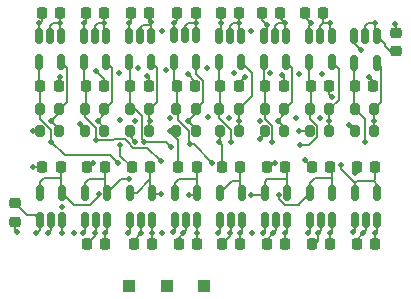
<source format=gbr>
%TF.GenerationSoftware,KiCad,Pcbnew,7.0.10-7.0.10~ubuntu22.04.1*%
%TF.CreationDate,2024-01-03T10:10:25-05:00*%
%TF.ProjectId,readout-splitter,72656164-6f75-4742-9d73-706c69747465,rev?*%
%TF.SameCoordinates,Original*%
%TF.FileFunction,Copper,L4,Bot*%
%TF.FilePolarity,Positive*%
%FSLAX46Y46*%
G04 Gerber Fmt 4.6, Leading zero omitted, Abs format (unit mm)*
G04 Created by KiCad (PCBNEW 7.0.10-7.0.10~ubuntu22.04.1) date 2024-01-03 10:10:25*
%MOMM*%
%LPD*%
G01*
G04 APERTURE LIST*
G04 Aperture macros list*
%AMRoundRect*
0 Rectangle with rounded corners*
0 $1 Rounding radius*
0 $2 $3 $4 $5 $6 $7 $8 $9 X,Y pos of 4 corners*
0 Add a 4 corners polygon primitive as box body*
4,1,4,$2,$3,$4,$5,$6,$7,$8,$9,$2,$3,0*
0 Add four circle primitives for the rounded corners*
1,1,$1+$1,$2,$3*
1,1,$1+$1,$4,$5*
1,1,$1+$1,$6,$7*
1,1,$1+$1,$8,$9*
0 Add four rect primitives between the rounded corners*
20,1,$1+$1,$2,$3,$4,$5,0*
20,1,$1+$1,$4,$5,$6,$7,0*
20,1,$1+$1,$6,$7,$8,$9,0*
20,1,$1+$1,$8,$9,$2,$3,0*%
G04 Aperture macros list end*
%TA.AperFunction,ComponentPad*%
%ADD10R,1.000000X1.000000*%
%TD*%
%TA.AperFunction,SMDPad,CuDef*%
%ADD11RoundRect,0.150000X0.150000X-0.512500X0.150000X0.512500X-0.150000X0.512500X-0.150000X-0.512500X0*%
%TD*%
%TA.AperFunction,SMDPad,CuDef*%
%ADD12RoundRect,0.200000X-0.200000X-0.275000X0.200000X-0.275000X0.200000X0.275000X-0.200000X0.275000X0*%
%TD*%
%TA.AperFunction,SMDPad,CuDef*%
%ADD13RoundRect,0.200000X0.200000X0.275000X-0.200000X0.275000X-0.200000X-0.275000X0.200000X-0.275000X0*%
%TD*%
%TA.AperFunction,SMDPad,CuDef*%
%ADD14RoundRect,0.225000X0.225000X0.250000X-0.225000X0.250000X-0.225000X-0.250000X0.225000X-0.250000X0*%
%TD*%
%TA.AperFunction,SMDPad,CuDef*%
%ADD15RoundRect,0.150000X-0.150000X0.512500X-0.150000X-0.512500X0.150000X-0.512500X0.150000X0.512500X0*%
%TD*%
%TA.AperFunction,SMDPad,CuDef*%
%ADD16RoundRect,0.225000X-0.225000X-0.250000X0.225000X-0.250000X0.225000X0.250000X-0.225000X0.250000X0*%
%TD*%
%TA.AperFunction,SMDPad,CuDef*%
%ADD17RoundRect,0.225000X-0.250000X0.225000X-0.250000X-0.225000X0.250000X-0.225000X0.250000X0.225000X0*%
%TD*%
%TA.AperFunction,ViaPad*%
%ADD18C,0.508000*%
%TD*%
%TA.AperFunction,Conductor*%
%ADD19C,0.152400*%
%TD*%
%TA.AperFunction,Conductor*%
%ADD20C,0.200000*%
%TD*%
G04 APERTURE END LIST*
D10*
%TO.P,J3,1,Pin_1*%
%TO.N,/-20V*%
X35597000Y-52997000D03*
%TD*%
%TO.P,J1,1,Pin_1*%
%TO.N,/+6.5V*%
X29247000Y-52997000D03*
%TD*%
%TO.P,J2,1,Pin_1*%
%TO.N,GND*%
X32422000Y-52997000D03*
%TD*%
D11*
%TO.P,U17,1,VIN*%
%TO.N,/+6.5V*%
X50263000Y-47403500D03*
%TO.P,U17,2,GND*%
%TO.N,GND*%
X49313000Y-47403500D03*
%TO.P,U17,3,EN*%
%TO.N,/+6.5V*%
X48363000Y-47403500D03*
%TO.P,U17,4,SENSE/ADJ*%
%TO.N,/VP_0*%
X48363000Y-45128500D03*
%TO.P,U17,5,VOUT*%
X50263000Y-45128500D03*
%TD*%
D12*
%TO.P,R13,1*%
%TO.N,GND*%
X25501000Y-39916000D03*
%TO.P,R13,2*%
%TO.N,Net-(U7-ADJ)*%
X27151000Y-39916000D03*
%TD*%
D13*
%TO.P,R4,1*%
%TO.N,Net-(U2-ADJ)*%
X46201000Y-38011000D03*
%TO.P,R4,2*%
%TO.N,/VN_1*%
X44551000Y-38011000D03*
%TD*%
D14*
%TO.P,C21,1*%
%TO.N,/+6.5V*%
X31178000Y-49441000D03*
%TO.P,C21,2*%
%TO.N,GND*%
X29628000Y-49441000D03*
%TD*%
D13*
%TO.P,R12,1*%
%TO.N,Net-(U6-ADJ)*%
X30961000Y-38011000D03*
%TO.P,R12,2*%
%TO.N,/VN_5*%
X29311000Y-38011000D03*
%TD*%
%TO.P,R6,1*%
%TO.N,Net-(U3-ADJ)*%
X42391000Y-38011000D03*
%TO.P,R6,2*%
%TO.N,/VN_2*%
X40741000Y-38011000D03*
%TD*%
D14*
%TO.P,C32,1*%
%TO.N,/VP_7*%
X23431000Y-42964000D03*
%TO.P,C32,2*%
%TO.N,GND*%
X21881000Y-42964000D03*
%TD*%
%TO.P,C27,1*%
%TO.N,GND*%
X27101000Y-36106000D03*
%TO.P,C27,2*%
%TO.N,/VN_6*%
X25551000Y-36106000D03*
%TD*%
D11*
%TO.P,U22,1,VIN*%
%TO.N,/+6.5V*%
X31213000Y-47403500D03*
%TO.P,U22,2,GND*%
%TO.N,GND*%
X30263000Y-47403500D03*
%TO.P,U22,3,EN*%
%TO.N,/+6.5V*%
X29313000Y-47403500D03*
%TO.P,U22,4,SENSE/ADJ*%
%TO.N,/VP_5*%
X29313000Y-45128500D03*
%TO.P,U22,5,VOUT*%
X31213000Y-45128500D03*
%TD*%
D14*
%TO.P,C7,1*%
%TO.N,GND*%
X46151000Y-36106000D03*
%TO.P,C7,2*%
%TO.N,/VN_1*%
X44601000Y-36106000D03*
%TD*%
D15*
%TO.P,U1,1,GND*%
%TO.N,GND*%
X48283599Y-31806499D03*
%TO.P,U1,2,VIN*%
%TO.N,/-20V*%
X49233599Y-31806499D03*
%TO.P,U1,3,EN*%
X50183599Y-31806499D03*
%TO.P,U1,4,ADJ*%
%TO.N,Net-(U1-ADJ)*%
X50183599Y-34081499D03*
%TO.P,U1,5,VOUT*%
%TO.N,/VN_0*%
X48283599Y-34081499D03*
%TD*%
%TO.P,U2,1,GND*%
%TO.N,GND*%
X44477000Y-31793500D03*
%TO.P,U2,2,VIN*%
%TO.N,/-20V*%
X45427000Y-31793500D03*
%TO.P,U2,3,EN*%
X46377000Y-31793500D03*
%TO.P,U2,4,ADJ*%
%TO.N,Net-(U2-ADJ)*%
X46377000Y-34068500D03*
%TO.P,U2,5,VOUT*%
%TO.N,/VN_1*%
X44477000Y-34068500D03*
%TD*%
D16*
%TO.P,C6,1*%
%TO.N,GND*%
X44106800Y-29883000D03*
%TO.P,C6,2*%
%TO.N,/-20V*%
X45656800Y-29883000D03*
%TD*%
%TO.P,C22,1*%
%TO.N,GND*%
X29361000Y-29883000D03*
%TO.P,C22,2*%
%TO.N,/-20V*%
X30911000Y-29883000D03*
%TD*%
D14*
%TO.P,C13,1*%
%TO.N,/+6.5V*%
X38658000Y-49441000D03*
%TO.P,C13,2*%
%TO.N,GND*%
X37108000Y-49441000D03*
%TD*%
%TO.P,C24,1*%
%TO.N,/VP_5*%
X31038000Y-42964000D03*
%TO.P,C24,2*%
%TO.N,GND*%
X29488000Y-42964000D03*
%TD*%
%TO.P,C20,1*%
%TO.N,/VP_4*%
X34962000Y-42964000D03*
%TO.P,C20,2*%
%TO.N,GND*%
X33412000Y-42964000D03*
%TD*%
D13*
%TO.P,R16,1*%
%TO.N,Net-(U8-ADJ)*%
X23341000Y-38011000D03*
%TO.P,R16,2*%
%TO.N,/VN_7*%
X21691000Y-38011000D03*
%TD*%
D15*
%TO.P,U7,1,GND*%
%TO.N,GND*%
X25412001Y-31796901D03*
%TO.P,U7,2,VIN*%
%TO.N,/-20V*%
X26362001Y-31796901D03*
%TO.P,U7,3,EN*%
X27312001Y-31796901D03*
%TO.P,U7,4,ADJ*%
%TO.N,Net-(U7-ADJ)*%
X27312001Y-34071901D03*
%TO.P,U7,5,VOUT*%
%TO.N,/VN_6*%
X25412001Y-34071901D03*
%TD*%
D12*
%TO.P,R9,1*%
%TO.N,GND*%
X33248000Y-39916000D03*
%TO.P,R9,2*%
%TO.N,Net-(U5-ADJ)*%
X34898000Y-39916000D03*
%TD*%
D16*
%TO.P,C14,1*%
%TO.N,GND*%
X36981000Y-29883000D03*
%TO.P,C14,2*%
%TO.N,/-20V*%
X38531000Y-29883000D03*
%TD*%
D11*
%TO.P,U18,1,VIN*%
%TO.N,/+6.5V*%
X46453000Y-47403500D03*
%TO.P,U18,2,GND*%
%TO.N,GND*%
X45503000Y-47403500D03*
%TO.P,U18,3,EN*%
%TO.N,/+6.5V*%
X44553000Y-47403500D03*
%TO.P,U18,4,SENSE/ADJ*%
%TO.N,/VP_1*%
X44553000Y-45128500D03*
%TO.P,U18,5,VOUT*%
X46453000Y-45128500D03*
%TD*%
%TO.P,U21,1,VIN*%
%TO.N,/+6.5V*%
X35023000Y-47403500D03*
%TO.P,U21,2,GND*%
%TO.N,GND*%
X34073000Y-47403500D03*
%TO.P,U21,3,EN*%
%TO.N,/+6.5V*%
X33123000Y-47403500D03*
%TO.P,U21,4,SENSE/ADJ*%
%TO.N,/VP_4*%
X33123000Y-45128500D03*
%TO.P,U21,5,VOUT*%
X35023000Y-45128500D03*
%TD*%
D15*
%TO.P,U3,1,GND*%
%TO.N,GND*%
X40652001Y-31796901D03*
%TO.P,U3,2,VIN*%
%TO.N,/-20V*%
X41602001Y-31796901D03*
%TO.P,U3,3,EN*%
X42552001Y-31796901D03*
%TO.P,U3,4,ADJ*%
%TO.N,Net-(U3-ADJ)*%
X42552001Y-34071901D03*
%TO.P,U3,5,VOUT*%
%TO.N,/VN_2*%
X40652001Y-34071901D03*
%TD*%
D17*
%TO.P,C29,1*%
%TO.N,/+6.5V*%
X19608800Y-46011800D03*
%TO.P,C29,2*%
%TO.N,GND*%
X19608800Y-47561800D03*
%TD*%
D15*
%TO.P,U4,1,GND*%
%TO.N,GND*%
X36842001Y-31796901D03*
%TO.P,U4,2,VIN*%
%TO.N,/-20V*%
X37792001Y-31796901D03*
%TO.P,U4,3,EN*%
X38742001Y-31796901D03*
%TO.P,U4,4,ADJ*%
%TO.N,Net-(U4-ADJ)*%
X38742001Y-34071901D03*
%TO.P,U4,5,VOUT*%
%TO.N,/VN_3*%
X36842001Y-34071901D03*
%TD*%
D12*
%TO.P,R1,1*%
%TO.N,GND*%
X48361000Y-39916000D03*
%TO.P,R1,2*%
%TO.N,Net-(U1-ADJ)*%
X50011000Y-39916000D03*
%TD*%
D15*
%TO.P,U6,1,GND*%
%TO.N,GND*%
X29222001Y-31793500D03*
%TO.P,U6,2,VIN*%
%TO.N,/-20V*%
X30172001Y-31793500D03*
%TO.P,U6,3,EN*%
X31122001Y-31793500D03*
%TO.P,U6,4,ADJ*%
%TO.N,Net-(U6-ADJ)*%
X31122001Y-34068500D03*
%TO.P,U6,5,VOUT*%
%TO.N,/VN_5*%
X29222001Y-34068500D03*
%TD*%
D13*
%TO.P,R14,1*%
%TO.N,Net-(U7-ADJ)*%
X27151000Y-38011000D03*
%TO.P,R14,2*%
%TO.N,/VN_6*%
X25501000Y-38011000D03*
%TD*%
D11*
%TO.P,U23,1,VIN*%
%TO.N,/+6.5V*%
X27403000Y-47403500D03*
%TO.P,U23,2,GND*%
%TO.N,GND*%
X26453000Y-47403500D03*
%TO.P,U23,3,EN*%
%TO.N,/+6.5V*%
X25503000Y-47403500D03*
%TO.P,U23,4,SENSE/ADJ*%
%TO.N,/VP_6*%
X25503000Y-45128500D03*
%TO.P,U23,5,VOUT*%
X27403000Y-45128500D03*
%TD*%
D14*
%TO.P,C31,1*%
%TO.N,GND*%
X23278000Y-36106000D03*
%TO.P,C31,2*%
%TO.N,/VN_7*%
X21728000Y-36106000D03*
%TD*%
%TO.P,C9,1*%
%TO.N,/+6.5V*%
X42468000Y-49441000D03*
%TO.P,C9,2*%
%TO.N,GND*%
X40918000Y-49441000D03*
%TD*%
D11*
%TO.P,U20,1,VIN*%
%TO.N,/+6.5V*%
X38833000Y-47403500D03*
%TO.P,U20,2,GND*%
%TO.N,GND*%
X37883000Y-47403500D03*
%TO.P,U20,3,EN*%
%TO.N,/+6.5V*%
X36933000Y-47403500D03*
%TO.P,U20,4,SENSE/ADJ*%
%TO.N,/VP_3*%
X36933000Y-45128500D03*
%TO.P,U20,5,VOUT*%
X38833000Y-45128500D03*
%TD*%
D12*
%TO.P,R15,1*%
%TO.N,GND*%
X21691000Y-39916000D03*
%TO.P,R15,2*%
%TO.N,Net-(U8-ADJ)*%
X23341000Y-39916000D03*
%TD*%
%TO.P,R11,1*%
%TO.N,GND*%
X29311000Y-39916000D03*
%TO.P,R11,2*%
%TO.N,Net-(U6-ADJ)*%
X30961000Y-39916000D03*
%TD*%
D14*
%TO.P,C28,1*%
%TO.N,/VP_6*%
X27228000Y-42964000D03*
%TO.P,C28,2*%
%TO.N,GND*%
X25678000Y-42964000D03*
%TD*%
%TO.P,C17,1*%
%TO.N,/+6.5V*%
X34975000Y-49441000D03*
%TO.P,C17,2*%
%TO.N,GND*%
X33425000Y-49441000D03*
%TD*%
D13*
%TO.P,R2,1*%
%TO.N,Net-(U1-ADJ)*%
X50011000Y-38011000D03*
%TO.P,R2,2*%
%TO.N,/VN_0*%
X48361000Y-38011000D03*
%TD*%
D14*
%TO.P,C5,1*%
%TO.N,/+6.5V*%
X46278000Y-49441000D03*
%TO.P,C5,2*%
%TO.N,GND*%
X44728000Y-49441000D03*
%TD*%
D11*
%TO.P,U19,1,VIN*%
%TO.N,/+6.5V*%
X42643000Y-47403500D03*
%TO.P,U19,2,GND*%
%TO.N,GND*%
X41693000Y-47403500D03*
%TO.P,U19,3,EN*%
%TO.N,/+6.5V*%
X40743000Y-47403500D03*
%TO.P,U19,4,SENSE/ADJ*%
%TO.N,/VP_2*%
X40743000Y-45128500D03*
%TO.P,U19,5,VOUT*%
X42643000Y-45128500D03*
%TD*%
D14*
%TO.P,C25,1*%
%TO.N,/+6.5V*%
X27215000Y-49441000D03*
%TO.P,C25,2*%
%TO.N,GND*%
X25665000Y-49441000D03*
%TD*%
D16*
%TO.P,C30,1*%
%TO.N,GND*%
X21868000Y-29883000D03*
%TO.P,C30,2*%
%TO.N,/-20V*%
X23418000Y-29883000D03*
%TD*%
D14*
%TO.P,C15,1*%
%TO.N,GND*%
X38518000Y-36106000D03*
%TO.P,C15,2*%
%TO.N,/VN_3*%
X36968000Y-36106000D03*
%TD*%
D16*
%TO.P,C18,1*%
%TO.N,GND*%
X33311000Y-29883000D03*
%TO.P,C18,2*%
%TO.N,/-20V*%
X34861000Y-29883000D03*
%TD*%
D12*
%TO.P,R7,1*%
%TO.N,GND*%
X36931000Y-39916000D03*
%TO.P,R7,2*%
%TO.N,Net-(U4-ADJ)*%
X38581000Y-39916000D03*
%TD*%
D16*
%TO.P,C10,1*%
%TO.N,GND*%
X40474600Y-29883000D03*
%TO.P,C10,2*%
%TO.N,/-20V*%
X42024600Y-29883000D03*
%TD*%
D14*
%TO.P,C8,1*%
%TO.N,/VP_1*%
X46278000Y-42964000D03*
%TO.P,C8,2*%
%TO.N,GND*%
X44728000Y-42964000D03*
%TD*%
D15*
%TO.P,U5,1,GND*%
%TO.N,GND*%
X33032001Y-31790099D03*
%TO.P,U5,2,VIN*%
%TO.N,/-20V*%
X33982001Y-31790099D03*
%TO.P,U5,3,EN*%
X34932001Y-31790099D03*
%TO.P,U5,4,ADJ*%
%TO.N,Net-(U5-ADJ)*%
X34932001Y-34065099D03*
%TO.P,U5,5,VOUT*%
%TO.N,/VN_4*%
X33032001Y-34065099D03*
%TD*%
D14*
%TO.P,C16,1*%
%TO.N,/VP_3*%
X38658000Y-42964000D03*
%TO.P,C16,2*%
%TO.N,GND*%
X37108000Y-42964000D03*
%TD*%
D16*
%TO.P,C26,1*%
%TO.N,GND*%
X25551000Y-29883000D03*
%TO.P,C26,2*%
%TO.N,/-20V*%
X27101000Y-29883000D03*
%TD*%
D11*
%TO.P,U24,1,VIN*%
%TO.N,/+6.5V*%
X23593000Y-47403500D03*
%TO.P,U24,2,GND*%
%TO.N,GND*%
X22643000Y-47403500D03*
%TO.P,U24,3,EN*%
%TO.N,/+6.5V*%
X21693000Y-47403500D03*
%TO.P,U24,4,SENSE/ADJ*%
%TO.N,/VP_7*%
X21693000Y-45128500D03*
%TO.P,U24,5,VOUT*%
X23593000Y-45128500D03*
%TD*%
D17*
%TO.P,C1,1*%
%TO.N,GND*%
X51790600Y-31584600D03*
%TO.P,C1,2*%
%TO.N,/-20V*%
X51790600Y-33134600D03*
%TD*%
D14*
%TO.P,C23,1*%
%TO.N,GND*%
X30898000Y-36106000D03*
%TO.P,C23,2*%
%TO.N,/VN_5*%
X29348000Y-36106000D03*
%TD*%
%TO.P,C11,1*%
%TO.N,GND*%
X42328000Y-36106000D03*
%TO.P,C11,2*%
%TO.N,/VN_2*%
X40778000Y-36106000D03*
%TD*%
D13*
%TO.P,R10,1*%
%TO.N,Net-(U5-ADJ)*%
X34898000Y-38011000D03*
%TO.P,R10,2*%
%TO.N,/VN_4*%
X33248000Y-38011000D03*
%TD*%
D15*
%TO.P,U8,1,GND*%
%TO.N,GND*%
X21602001Y-31796901D03*
%TO.P,U8,2,VIN*%
%TO.N,/-20V*%
X22552001Y-31796901D03*
%TO.P,U8,3,EN*%
X23502001Y-31796901D03*
%TO.P,U8,4,ADJ*%
%TO.N,Net-(U8-ADJ)*%
X23502001Y-34071901D03*
%TO.P,U8,5,VOUT*%
%TO.N,/VN_7*%
X21602001Y-34071901D03*
%TD*%
D12*
%TO.P,R5,1*%
%TO.N,GND*%
X40741000Y-39916000D03*
%TO.P,R5,2*%
%TO.N,Net-(U3-ADJ)*%
X42391000Y-39916000D03*
%TD*%
D14*
%TO.P,C4,1*%
%TO.N,/VP_0*%
X50053500Y-42964000D03*
%TO.P,C4,2*%
%TO.N,GND*%
X48503500Y-42964000D03*
%TD*%
D12*
%TO.P,R3,1*%
%TO.N,GND*%
X44551000Y-39916000D03*
%TO.P,R3,2*%
%TO.N,Net-(U2-ADJ)*%
X46201000Y-39916000D03*
%TD*%
D14*
%TO.P,C19,1*%
%TO.N,GND*%
X34835000Y-36106000D03*
%TO.P,C19,2*%
%TO.N,/VN_4*%
X33285000Y-36106000D03*
%TD*%
D13*
%TO.P,R8,1*%
%TO.N,Net-(U4-ADJ)*%
X38518000Y-38011000D03*
%TO.P,R8,2*%
%TO.N,/VN_3*%
X36868000Y-38011000D03*
%TD*%
D14*
%TO.P,C3,1*%
%TO.N,/+6.5V*%
X50075000Y-49441000D03*
%TO.P,C3,2*%
%TO.N,GND*%
X48525000Y-49441000D03*
%TD*%
%TO.P,C2,1*%
%TO.N,GND*%
X49898000Y-36106000D03*
%TO.P,C2,2*%
%TO.N,/VN_0*%
X48348000Y-36106000D03*
%TD*%
%TO.P,C12,1*%
%TO.N,/VP_2*%
X42468000Y-42964000D03*
%TO.P,C12,2*%
%TO.N,GND*%
X40918000Y-42964000D03*
%TD*%
D18*
%TO.N,/+6.5V*%
X32930000Y-48425000D03*
X46265000Y-48552000D03*
X35851000Y-34582000D03*
X27215000Y-48552000D03*
X43598000Y-35090000D03*
X29120000Y-48552000D03*
X41198953Y-34977756D03*
X31152000Y-48552000D03*
X50075000Y-48552000D03*
X28358000Y-34963000D03*
X36740000Y-48552000D03*
X38137000Y-34963000D03*
X30009000Y-34582000D03*
X44360000Y-48552000D03*
X48170000Y-48425000D03*
X40550000Y-48552000D03*
X32343011Y-34717341D03*
X25310000Y-48552000D03*
X34962000Y-48552000D03*
X23571200Y-46304200D03*
X21373000Y-48552000D03*
X45582000Y-35042000D03*
X38645000Y-48552000D03*
X23532000Y-48552000D03*
X42455000Y-48552000D03*
%TO.N,/-20V*%
X38531000Y-30772000D03*
X23418000Y-30772000D03*
X27101000Y-30772000D03*
X46215000Y-30772000D03*
X29755000Y-39027000D03*
X43344000Y-38773000D03*
X32661949Y-38756167D03*
X34861000Y-30772000D03*
X31122001Y-30674999D03*
X50025000Y-30772000D03*
X28472211Y-38918420D03*
X45376000Y-38773000D03*
X35923974Y-38655533D03*
X42468000Y-30772000D03*
X40296000Y-39027000D03*
X37725990Y-38803788D03*
%TO.N,/VN_0*%
X49186000Y-40805000D03*
%TO.N,/VP_0*%
X47133900Y-42736153D03*
%TO.N,/VP_1*%
X41922513Y-45327379D03*
%TO.N,/VN_1*%
X43725000Y-41059000D03*
%TO.N,/VP_2*%
X39538900Y-45310898D03*
%TO.N,/VN_2*%
X41312000Y-40805000D03*
%TO.N,/VP_3*%
X36933000Y-45128500D03*
%TO.N,/VN_3*%
X37883000Y-40805000D03*
%TO.N,/VP_4*%
X34313076Y-45324428D03*
%TO.N,/VN_4*%
X34349998Y-41004141D03*
X36271948Y-42552077D03*
%TO.N,/VP_5*%
X31914000Y-45250000D03*
%TO.N,/VN_5*%
X32741527Y-41197363D03*
X30530151Y-40805481D03*
%TO.N,/VP_6*%
X29247000Y-43980000D03*
%TO.N,/VN_6*%
X26453000Y-40678000D03*
X31914000Y-42456000D03*
%TO.N,/VP_7*%
X26697101Y-45250000D03*
%TO.N,/VN_7*%
X22643000Y-40805000D03*
X28285800Y-42583000D03*
%TO.N,GND*%
X49567000Y-35344000D03*
X26209188Y-42551422D03*
X51714400Y-30784800D03*
X32041000Y-31407000D03*
X34200000Y-35090000D03*
X43598000Y-39916000D03*
X33819000Y-48552000D03*
X28485000Y-41059000D03*
X25437000Y-30772000D03*
X32041000Y-48552000D03*
X46392000Y-36995000D03*
X25056000Y-39281000D03*
X39534000Y-31407000D03*
X22389000Y-48552000D03*
X45249000Y-48552000D03*
X26326000Y-48552000D03*
X48328764Y-43440236D03*
X26453000Y-34836000D03*
X21119000Y-39916000D03*
X36833070Y-40778550D03*
X29247000Y-30772000D03*
X39661000Y-48552000D03*
X42195166Y-35103534D03*
X32676000Y-39916000D03*
X30771000Y-35217000D03*
X48869600Y-33045400D03*
X36981000Y-30772000D03*
X37756000Y-48552000D03*
X40918000Y-30899000D03*
X47863397Y-39381756D03*
X49059000Y-48552000D03*
X44106000Y-42329000D03*
X44665000Y-30772000D03*
X39026000Y-35344000D03*
X29772157Y-40801866D03*
X41566000Y-42583000D03*
X23405000Y-35344000D03*
X41439000Y-48552000D03*
X30263000Y-48552000D03*
X21119000Y-42964000D03*
X24548000Y-48552000D03*
X40296000Y-40551000D03*
X33057000Y-30772000D03*
X19735800Y-48387000D03*
X21627000Y-30772000D03*
%TO.N,Net-(U1-ADJ)*%
X50011000Y-39027000D03*
%TO.N,Net-(U2-ADJ)*%
X46201000Y-39027000D03*
%TO.N,Net-(U3-ADJ)*%
X41802121Y-38990412D03*
%TO.N,Net-(U4-ADJ)*%
X38518000Y-39027000D03*
%TO.N,Net-(U5-ADJ)*%
X34199994Y-39027000D03*
%TO.N,Net-(U6-ADJ)*%
X31025000Y-39025875D03*
%TO.N,Net-(U7-ADJ)*%
X26580000Y-39027000D03*
%TO.N,Net-(U8-ADJ)*%
X22643000Y-39027000D03*
%TD*%
D19*
%TO.N,/-20V*%
X45656800Y-29883000D02*
X45656800Y-30745200D01*
X45656800Y-30745200D02*
X45630000Y-30772000D01*
%TO.N,GND*%
X44106800Y-29883000D02*
X44106800Y-30213800D01*
X44106800Y-30213800D02*
X44665000Y-30772000D01*
%TO.N,/-20V*%
X42024600Y-29883000D02*
X42024600Y-30328600D01*
X42024600Y-30328600D02*
X42468000Y-30772000D01*
%TO.N,GND*%
X40474600Y-29883000D02*
X40474600Y-30455600D01*
X40474600Y-30455600D02*
X40918000Y-30899000D01*
X44477000Y-31793500D02*
X44477000Y-30960000D01*
X44477000Y-30960000D02*
X44665000Y-30772000D01*
%TO.N,/+6.5V*%
X31152000Y-48552000D02*
X31152000Y-49415000D01*
X42468000Y-49441000D02*
X42468000Y-48565000D01*
X46278000Y-49441000D02*
X46278000Y-48565000D01*
X36933000Y-47403500D02*
X36933000Y-48359000D01*
X35023000Y-47403500D02*
X35023000Y-48491000D01*
X23593000Y-47403500D02*
X23593000Y-48491000D01*
X42643000Y-47403500D02*
X42643000Y-48364000D01*
X27403000Y-48364000D02*
X27215000Y-48552000D01*
X21254100Y-46964600D02*
X21693000Y-47403500D01*
X42468000Y-48565000D02*
X42455000Y-48552000D01*
X27403000Y-47403500D02*
X27403000Y-48364000D01*
X19608800Y-46011800D02*
X20561600Y-46964600D01*
X20561600Y-46964600D02*
X21254100Y-46964600D01*
X34962000Y-49428000D02*
X34975000Y-49441000D01*
X50263000Y-47403500D02*
X50263000Y-48364000D01*
X27215000Y-48552000D02*
X27215000Y-49441000D01*
X21693000Y-47403500D02*
X21693000Y-48232000D01*
X38833000Y-48364000D02*
X38645000Y-48552000D01*
X38658000Y-49441000D02*
X38658000Y-48565000D01*
X35023000Y-48491000D02*
X34962000Y-48552000D01*
X50263000Y-48364000D02*
X50075000Y-48552000D01*
X44553000Y-47403500D02*
X44553000Y-48359000D01*
X33123000Y-48232000D02*
X32930000Y-48425000D01*
X46278000Y-48565000D02*
X46265000Y-48552000D01*
X21693000Y-48232000D02*
X21373000Y-48552000D01*
X40743000Y-47403500D02*
X40743000Y-48359000D01*
X50075000Y-49441000D02*
X50075000Y-48552000D01*
X38833000Y-47403500D02*
X38833000Y-48364000D01*
X36933000Y-48359000D02*
X36740000Y-48552000D01*
X48363000Y-47403500D02*
X48363000Y-48232000D01*
X48363000Y-48232000D02*
X48170000Y-48425000D01*
X25503000Y-47403500D02*
X25503000Y-48359000D01*
X38658000Y-48565000D02*
X38645000Y-48552000D01*
X46453000Y-48364000D02*
X46265000Y-48552000D01*
X42643000Y-48364000D02*
X42455000Y-48552000D01*
X31152000Y-49415000D02*
X31178000Y-49441000D01*
X25503000Y-48359000D02*
X25310000Y-48552000D01*
X46453000Y-47403500D02*
X46453000Y-48364000D01*
X34962000Y-48552000D02*
X34962000Y-49428000D01*
X23593000Y-48491000D02*
X23532000Y-48552000D01*
X44553000Y-48359000D02*
X44360000Y-48552000D01*
X33123000Y-47403500D02*
X33123000Y-48232000D01*
X40743000Y-48359000D02*
X40550000Y-48552000D01*
X29313000Y-48359000D02*
X29120000Y-48552000D01*
X29313000Y-47403500D02*
X29313000Y-48359000D01*
X31213000Y-48491000D02*
X31152000Y-48552000D01*
X31213000Y-47403500D02*
X31213000Y-48491000D01*
%TO.N,/-20V*%
X22552001Y-31796901D02*
X22552001Y-30989999D01*
X49233599Y-31806499D02*
X49233599Y-30978401D01*
X33982001Y-30989999D02*
X34200000Y-30772000D01*
X22552001Y-30989999D02*
X22770000Y-30772000D01*
X41820000Y-30772000D02*
X42468000Y-30772000D01*
X37792001Y-31796901D02*
X37792001Y-30989999D01*
X42468000Y-30772000D02*
X42468000Y-31712900D01*
X38531000Y-30772000D02*
X38531000Y-31585900D01*
X41602001Y-30989999D02*
X41820000Y-30772000D01*
X31122001Y-30899000D02*
X31122001Y-31793500D01*
X45427000Y-30975000D02*
X45630000Y-30772000D01*
X26362001Y-30989999D02*
X26580000Y-30772000D01*
X46215000Y-30772000D02*
X46215000Y-31631500D01*
X27101000Y-29883000D02*
X27101000Y-30772000D01*
X38531000Y-31585900D02*
X38742001Y-31796901D01*
X34861000Y-30772000D02*
X34861000Y-31719098D01*
X23418000Y-29883000D02*
X23418000Y-30772000D01*
X31122001Y-30899000D02*
X31122001Y-30674999D01*
X30172001Y-31793500D02*
X30172001Y-31116999D01*
X30911000Y-30463998D02*
X31122001Y-30674999D01*
X22770000Y-30772000D02*
X23418000Y-30772000D01*
X34200000Y-30772000D02*
X34861000Y-30772000D01*
X23418000Y-31712900D02*
X23502001Y-31796901D01*
X45427000Y-31793500D02*
X45427000Y-30975000D01*
X45630000Y-30772000D02*
X46215000Y-30772000D01*
X49440000Y-30772000D02*
X50025000Y-30772000D01*
X51790600Y-33134600D02*
X51295600Y-33134600D01*
X46215000Y-31631500D02*
X46377000Y-31793500D01*
X49233599Y-30978401D02*
X49440000Y-30772000D01*
X27101000Y-31585900D02*
X27312001Y-31796901D01*
X33982001Y-31790099D02*
X33982001Y-30989999D01*
X50025000Y-31647900D02*
X50183599Y-31806499D01*
X41602001Y-31796901D02*
X41602001Y-30989999D01*
X37792001Y-30989999D02*
X38010000Y-30772000D01*
X30172001Y-31116999D02*
X30390000Y-30899000D01*
X34861000Y-31719098D02*
X34932001Y-31790099D01*
X51295600Y-33134600D02*
X50876200Y-32715200D01*
X30390000Y-30899000D02*
X31122001Y-30899000D01*
X50025000Y-30772000D02*
X50025000Y-31647900D01*
X26362001Y-31796901D02*
X26362001Y-30989999D01*
X50876200Y-32499100D02*
X50183599Y-31806499D01*
X34861000Y-29883000D02*
X34861000Y-30772000D01*
X42468000Y-31712900D02*
X42552001Y-31796901D01*
X26580000Y-30772000D02*
X27101000Y-30772000D01*
X23418000Y-30772000D02*
X23418000Y-31712900D01*
X30911000Y-29883000D02*
X30911000Y-30463998D01*
X27101000Y-30772000D02*
X27101000Y-31585900D01*
X38010000Y-30772000D02*
X38531000Y-30772000D01*
X50876200Y-32715200D02*
X50876200Y-32499100D01*
X38531000Y-29883000D02*
X38531000Y-30772000D01*
%TO.N,/VN_0*%
X48361000Y-38011000D02*
X49186000Y-38836000D01*
X49186000Y-38836000D02*
X49186000Y-40805000D01*
X48283599Y-37933599D02*
X48361000Y-38011000D01*
X48283599Y-34081499D02*
X48283599Y-37933599D01*
%TO.N,/VP_0*%
X50075000Y-43980000D02*
X50053500Y-43958500D01*
X47133900Y-43065900D02*
X48363000Y-44295000D01*
X50263000Y-44422000D02*
X49948000Y-44107000D01*
X48114500Y-45377000D02*
X48363000Y-45128500D01*
X48551000Y-44107000D02*
X49948000Y-44107000D01*
X50263000Y-45128500D02*
X50263000Y-44422000D01*
X48363000Y-45128500D02*
X48363000Y-44295000D01*
X49948000Y-44107000D02*
X50075000Y-43980000D01*
X50053500Y-43958500D02*
X50053500Y-42964000D01*
X48363000Y-44295000D02*
X48551000Y-44107000D01*
X47133900Y-42736153D02*
X47133900Y-43065900D01*
%TO.N,/VP_1*%
X43598000Y-46083500D02*
X44553000Y-45128500D01*
X41922513Y-45610091D02*
X42451422Y-46139000D01*
X43598000Y-46139000D02*
X43598000Y-46083500D01*
X46453000Y-43853000D02*
X46453000Y-43139000D01*
X42451422Y-46139000D02*
X43598000Y-46139000D01*
X44553000Y-45128500D02*
X44553000Y-44295000D01*
X46453000Y-45128500D02*
X46453000Y-43853000D01*
X41922513Y-45327379D02*
X41922513Y-45610091D01*
X44995000Y-43853000D02*
X46453000Y-43853000D01*
X44553000Y-44295000D02*
X44995000Y-43853000D01*
X46453000Y-43139000D02*
X46278000Y-42964000D01*
%TO.N,/VN_1*%
X44477000Y-35982000D02*
X44601000Y-36106000D01*
X44601000Y-37961000D02*
X44551000Y-38011000D01*
X45179600Y-40374074D02*
X44494674Y-41059000D01*
X44601000Y-36106000D02*
X44601000Y-37961000D01*
X44477000Y-34068500D02*
X44477000Y-35982000D01*
X44551000Y-38011000D02*
X44551000Y-38829326D01*
X45179600Y-39457926D02*
X45179600Y-40374074D01*
X44551000Y-38829326D02*
X45179600Y-39457926D01*
X44494674Y-41059000D02*
X43725000Y-41059000D01*
%TO.N,/VP_2*%
X40743000Y-44168000D02*
X40931000Y-43980000D01*
X40931000Y-43980000D02*
X42643000Y-43980000D01*
X42643000Y-43980000D02*
X42643000Y-43139000D01*
X42643000Y-43139000D02*
X42468000Y-42964000D01*
X39538900Y-45310898D02*
X40560602Y-45310898D01*
X40743000Y-45128500D02*
X40743000Y-44168000D01*
X42643000Y-45128500D02*
X42643000Y-43980000D01*
X40560602Y-45310898D02*
X40743000Y-45128500D01*
%TO.N,/VN_2*%
X40741000Y-38011000D02*
X40741000Y-38829326D01*
X40652001Y-34071901D02*
X40652001Y-35980001D01*
X40741000Y-38829326D02*
X41369600Y-39457926D01*
X41369600Y-40747400D02*
X41312000Y-40805000D01*
X40652001Y-35980001D02*
X40778000Y-36106000D01*
X40778000Y-36106000D02*
X40778000Y-37974000D01*
X41369600Y-39457926D02*
X41369600Y-40747400D01*
X40778000Y-37974000D02*
X40741000Y-38011000D01*
%TO.N,/VP_3*%
X37954500Y-44107000D02*
X38658000Y-44107000D01*
X38658000Y-42964000D02*
X38658000Y-44107000D01*
X36933000Y-45128500D02*
X37954500Y-44107000D01*
X38658000Y-44953500D02*
X38833000Y-45128500D01*
X38658000Y-44107000D02*
X38658000Y-44953500D01*
%TO.N,/VN_3*%
X36868000Y-38011000D02*
X36868000Y-38766326D01*
X36868000Y-38766326D02*
X37883000Y-39781326D01*
X36968000Y-37911000D02*
X36868000Y-38011000D01*
X36968000Y-36106000D02*
X36968000Y-37911000D01*
X37883000Y-39781326D02*
X37883000Y-40805000D01*
X36842001Y-34071901D02*
X36842001Y-35980001D01*
X36842001Y-35980001D02*
X36968000Y-36106000D01*
%TO.N,/VP_4*%
X34827072Y-45324428D02*
X35023000Y-45128500D01*
X35023000Y-43025000D02*
X34962000Y-42964000D01*
X33438000Y-43980000D02*
X35023000Y-43980000D01*
X33123000Y-44295000D02*
X33438000Y-43980000D01*
X33123000Y-45128500D02*
X33123000Y-44295000D01*
X35023000Y-45128500D02*
X35023000Y-43980000D01*
X35023000Y-43980000D02*
X35023000Y-43025000D01*
X34313076Y-45324428D02*
X34827072Y-45324428D01*
%TO.N,/VN_4*%
X33285000Y-37974000D02*
X33248000Y-38011000D01*
X33383200Y-38146200D02*
X33383200Y-38964526D01*
X36271948Y-42552077D02*
X34724012Y-41004141D01*
X33032001Y-35853001D02*
X33285000Y-36106000D01*
X34724012Y-41004141D02*
X34349998Y-41004141D01*
X33285000Y-36106000D02*
X33285000Y-37974000D01*
X33383200Y-38964526D02*
X34269400Y-39850726D01*
X34269400Y-39850726D02*
X34269400Y-40923543D01*
X33248000Y-38011000D02*
X33383200Y-38146200D01*
X33032001Y-34065099D02*
X33032001Y-35853001D01*
X34269400Y-40923543D02*
X34349998Y-41004141D01*
%TO.N,/VP_5*%
X29889500Y-45128500D02*
X31038000Y-43980000D01*
X31038000Y-42964000D02*
X31038000Y-43980000D01*
X31038000Y-44953500D02*
X31213000Y-45128500D01*
X29313000Y-45128500D02*
X29889500Y-45128500D01*
X31914000Y-45250000D02*
X31334500Y-45250000D01*
X31038000Y-43980000D02*
X31038000Y-44953500D01*
X31334500Y-45250000D02*
X31213000Y-45128500D01*
D20*
%TO.N,/VN_5*%
X29348000Y-36106000D02*
X29348000Y-34194499D01*
D19*
X32741527Y-41197363D02*
X32349645Y-40805481D01*
D20*
X29348000Y-34194499D02*
X29222001Y-34068500D01*
X29311000Y-38011000D02*
X29711000Y-38011000D01*
X29711000Y-38011000D02*
X30308600Y-38608600D01*
D19*
X32349645Y-40805481D02*
X30530151Y-40805481D01*
D20*
X29311000Y-36143000D02*
X29348000Y-36106000D01*
X29311000Y-38011000D02*
X29311000Y-36143000D01*
X30308600Y-38608600D02*
X30308600Y-40583930D01*
X30308600Y-40583930D02*
X30530151Y-40805481D01*
D19*
%TO.N,/VP_6*%
X27228000Y-42964000D02*
X27228000Y-43980000D01*
X25503000Y-45128500D02*
X25503000Y-44295000D01*
X28551500Y-43980000D02*
X27403000Y-45128500D01*
X25818000Y-43980000D02*
X27228000Y-43980000D01*
X27228000Y-44953500D02*
X27403000Y-45128500D01*
X27228000Y-43980000D02*
X27228000Y-44953500D01*
X29247000Y-43980000D02*
X28551500Y-43980000D01*
X25503000Y-44295000D02*
X25818000Y-43980000D01*
%TO.N,/VN_6*%
X26453000Y-39631000D02*
X26453000Y-40678000D01*
D20*
X25551000Y-36106000D02*
X25551000Y-37961000D01*
X25551000Y-37961000D02*
X25501000Y-38011000D01*
D19*
X31914000Y-42456000D02*
X30771000Y-41313000D01*
X25501000Y-38011000D02*
X25501000Y-38679000D01*
X28852227Y-40551000D02*
X28020457Y-40551000D01*
X29120000Y-40818773D02*
X28852227Y-40551000D01*
X29600791Y-41313000D02*
X29120000Y-40832209D01*
X30771000Y-41313000D02*
X29600791Y-41313000D01*
X25501000Y-38679000D02*
X26453000Y-39631000D01*
D20*
X25412001Y-34071901D02*
X25412001Y-35967001D01*
D19*
X27893457Y-40678000D02*
X26453000Y-40678000D01*
D20*
X25412001Y-35967001D02*
X25551000Y-36106000D01*
D19*
X28020457Y-40551000D02*
X27893457Y-40678000D01*
X29120000Y-40832209D02*
X29120000Y-40818773D01*
%TO.N,/VP_7*%
X25945000Y-46139000D02*
X24603500Y-46139000D01*
D20*
X21693000Y-44168000D02*
X22008000Y-43853000D01*
D19*
X24603500Y-46139000D02*
X23593000Y-45128500D01*
D20*
X23431000Y-43853000D02*
X23431000Y-44966500D01*
X21693000Y-45128500D02*
X21693000Y-44168000D01*
X23431000Y-42964000D02*
X23431000Y-43853000D01*
D19*
X26697101Y-45250000D02*
X26697101Y-45386899D01*
X26697101Y-45386899D02*
X25945000Y-46139000D01*
D20*
X23431000Y-44966500D02*
X23593000Y-45128500D01*
X22008000Y-43853000D02*
X23431000Y-43853000D01*
D19*
%TO.N,/VN_7*%
X21602001Y-35980001D02*
X21728000Y-36106000D01*
X21602001Y-34071901D02*
X21602001Y-35980001D01*
X23786000Y-41948000D02*
X27650800Y-41948000D01*
X21728000Y-37974000D02*
X21691000Y-38011000D01*
X21691000Y-38829326D02*
X22643000Y-39781326D01*
X22643000Y-40805000D02*
X23786000Y-41948000D01*
X27650800Y-41948000D02*
X28285800Y-42583000D01*
X21728000Y-36106000D02*
X21728000Y-37974000D01*
X21691000Y-38011000D02*
X21691000Y-38829326D01*
X22643000Y-39781326D02*
X22643000Y-40805000D01*
%TO.N,GND*%
X49898000Y-35675000D02*
X49567000Y-35344000D01*
X29311000Y-40340709D02*
X29772157Y-40801866D01*
X33412000Y-40652000D02*
X33412000Y-42964000D01*
X37883000Y-47403500D02*
X37883000Y-48425000D01*
X40918000Y-31530902D02*
X40652001Y-31796901D01*
X25551000Y-29883000D02*
X25551000Y-30658000D01*
X37108000Y-42964000D02*
X37108000Y-41053480D01*
X36931000Y-39916000D02*
X36931000Y-40680620D01*
X40741000Y-39916000D02*
X40741000Y-40106000D01*
X29628000Y-49187000D02*
X30263000Y-48552000D01*
X41693000Y-47403500D02*
X41693000Y-48298000D01*
X42328000Y-36106000D02*
X42328000Y-35236368D01*
X21691000Y-39916000D02*
X21119000Y-39916000D01*
X36981000Y-29883000D02*
X36981000Y-31657902D01*
X42328000Y-35236368D02*
X42195166Y-35103534D01*
X26326000Y-48552000D02*
X26326000Y-48780000D01*
X21868000Y-29883000D02*
X21868000Y-30531000D01*
X25412001Y-31796901D02*
X25412001Y-30796999D01*
X29589891Y-40619600D02*
X29772157Y-40801866D01*
X37756000Y-48793000D02*
X37108000Y-49441000D01*
X29488000Y-42964000D02*
X28485000Y-41961000D01*
X26453000Y-48425000D02*
X26326000Y-48552000D01*
X28485000Y-41961000D02*
X28485000Y-41059000D01*
X25412001Y-30796999D02*
X25437000Y-30772000D01*
X23278000Y-35471000D02*
X23405000Y-35344000D01*
X34073000Y-47403500D02*
X34073000Y-48298000D01*
X46151000Y-36754000D02*
X46392000Y-36995000D01*
X29311000Y-39916000D02*
X29311000Y-40340709D01*
X29222001Y-31793500D02*
X29222001Y-30796999D01*
X33311000Y-30518000D02*
X33057000Y-30772000D01*
X34073000Y-48298000D02*
X33819000Y-48552000D01*
X21602001Y-30796999D02*
X21627000Y-30772000D01*
X45249000Y-49187000D02*
X45249000Y-48552000D01*
X40918000Y-49441000D02*
X40918000Y-49073000D01*
X21602001Y-31796901D02*
X21602001Y-30796999D01*
X40918000Y-30899000D02*
X40918000Y-31530902D01*
X38518000Y-35852000D02*
X39026000Y-35344000D01*
X25551000Y-30658000D02*
X25437000Y-30772000D01*
X44551000Y-39916000D02*
X43598000Y-39916000D01*
X40741000Y-40106000D02*
X40296000Y-40551000D01*
X26326000Y-48780000D02*
X25665000Y-49441000D01*
X44995000Y-49441000D02*
X45249000Y-49187000D01*
X29361000Y-29883000D02*
X29361000Y-30658000D01*
X36931000Y-40680620D02*
X36833070Y-40778550D01*
X29222001Y-30796999D02*
X29247000Y-30772000D01*
X29628000Y-49441000D02*
X29628000Y-49187000D01*
X33032001Y-31790099D02*
X33032001Y-30796999D01*
X44728000Y-42964000D02*
X44728000Y-42951000D01*
X44728000Y-49441000D02*
X44995000Y-49441000D01*
X37756000Y-48552000D02*
X37756000Y-48793000D01*
X49313000Y-47403500D02*
X49313000Y-48298000D01*
X48525000Y-49086000D02*
X49059000Y-48552000D01*
X34835000Y-36106000D02*
X34835000Y-35725000D01*
X34835000Y-35725000D02*
X34200000Y-35090000D01*
X45503000Y-48298000D02*
X45249000Y-48552000D01*
X38518000Y-36106000D02*
X38518000Y-35852000D01*
X33425000Y-48946000D02*
X33819000Y-48552000D01*
X48283599Y-31806499D02*
X48283599Y-32459399D01*
X48361000Y-39916000D02*
X48361000Y-39879359D01*
X49898000Y-36106000D02*
X49898000Y-35675000D01*
X29361000Y-30658000D02*
X29247000Y-30772000D01*
X51790600Y-31584600D02*
X51790600Y-30861000D01*
X45503000Y-47403500D02*
X45503000Y-48298000D01*
X27101000Y-36106000D02*
X27101000Y-35484000D01*
X46151000Y-36106000D02*
X46151000Y-36754000D01*
X21868000Y-30531000D02*
X21627000Y-30772000D01*
X27101000Y-35484000D02*
X26453000Y-34836000D01*
X49313000Y-48298000D02*
X49059000Y-48552000D01*
X22643000Y-47403500D02*
X22643000Y-48298000D01*
X25501000Y-39726000D02*
X25056000Y-39281000D01*
X30898000Y-36106000D02*
X30898000Y-35344000D01*
X37883000Y-48425000D02*
X37756000Y-48552000D01*
X44728000Y-42951000D02*
X44106000Y-42329000D01*
X33311000Y-29883000D02*
X33311000Y-30518000D01*
X19608800Y-48260000D02*
X19735800Y-48387000D01*
X30263000Y-48552000D02*
X30263000Y-47403500D01*
X19608800Y-47561800D02*
X19608800Y-48260000D01*
X48503500Y-43265500D02*
X48328764Y-43440236D01*
X48361000Y-39879359D02*
X47863397Y-39381756D01*
X41185000Y-42964000D02*
X41566000Y-42583000D01*
X21881000Y-42964000D02*
X21119000Y-42964000D01*
X25796610Y-42964000D02*
X26209188Y-42551422D01*
X33032001Y-30796999D02*
X33057000Y-30772000D01*
X25501000Y-39916000D02*
X25501000Y-39726000D01*
X40918000Y-49073000D02*
X41439000Y-48552000D01*
X22643000Y-48298000D02*
X22389000Y-48552000D01*
X33425000Y-49441000D02*
X33425000Y-48946000D01*
X23278000Y-36106000D02*
X23278000Y-35471000D01*
X51790600Y-30861000D02*
X51714400Y-30784800D01*
X41693000Y-48298000D02*
X41439000Y-48552000D01*
X25678000Y-42964000D02*
X25796610Y-42964000D01*
X30898000Y-35344000D02*
X30771000Y-35217000D01*
X48283599Y-32459399D02*
X48869600Y-33045400D01*
X26453000Y-47403500D02*
X26453000Y-48425000D01*
X40918000Y-42964000D02*
X41185000Y-42964000D01*
X36981000Y-31657902D02*
X36842001Y-31796901D01*
X37108000Y-41053480D02*
X36833070Y-40778550D01*
X32676000Y-39916000D02*
X33412000Y-40652000D01*
X48503500Y-42964000D02*
X48503500Y-43265500D01*
X48525000Y-49441000D02*
X48525000Y-49086000D01*
X33248000Y-39916000D02*
X32676000Y-39916000D01*
%TO.N,Net-(U1-ADJ)*%
X50011000Y-39027000D02*
X50011000Y-39916000D01*
X50576600Y-34474500D02*
X50576600Y-37445400D01*
X50011000Y-38011000D02*
X50011000Y-39027000D01*
X50183599Y-34081499D02*
X50576600Y-34474500D01*
X50576600Y-37445400D02*
X50011000Y-38011000D01*
%TO.N,Net-(U2-ADJ)*%
X46201000Y-38011000D02*
X46201000Y-39027000D01*
X46377000Y-34068500D02*
X46972200Y-34663700D01*
X46201000Y-39027000D02*
X46201000Y-39916000D01*
X46972200Y-37239800D02*
X46201000Y-38011000D01*
X46972200Y-34663700D02*
X46972200Y-37239800D01*
%TO.N,Net-(U3-ADJ)*%
X43006600Y-37395400D02*
X42391000Y-38011000D01*
X42391000Y-38401533D02*
X42391000Y-38011000D01*
X41802121Y-38990412D02*
X42391000Y-38401533D01*
X41802121Y-38990412D02*
X42391000Y-39579291D01*
X42552001Y-34071901D02*
X43006600Y-34526500D01*
X42391000Y-39579291D02*
X42391000Y-39916000D01*
X43006600Y-34526500D02*
X43006600Y-37395400D01*
%TO.N,Net-(U4-ADJ)*%
X38518000Y-38011000D02*
X38518000Y-39027000D01*
X39606200Y-34936100D02*
X39606200Y-36922800D01*
X38518000Y-39853000D02*
X38581000Y-39916000D01*
X39606200Y-36922800D02*
X38518000Y-38011000D01*
X38742001Y-34071901D02*
X39606200Y-34936100D01*
X38518000Y-39027000D02*
X38518000Y-39853000D01*
%TO.N,Net-(U5-ADJ)*%
X35513600Y-35661878D02*
X35513600Y-37395400D01*
X35513600Y-37395400D02*
X34898000Y-38011000D01*
X34932001Y-34065099D02*
X34932001Y-35080279D01*
X34898000Y-38011000D02*
X34898000Y-38328994D01*
X34898000Y-39725006D02*
X34199994Y-39027000D01*
X34932001Y-35080279D02*
X35513600Y-35661878D01*
X34898000Y-38328994D02*
X34199994Y-39027000D01*
X34898000Y-39916000D02*
X34898000Y-39725006D01*
%TO.N,Net-(U6-ADJ)*%
X31122001Y-34068500D02*
X31576600Y-34523099D01*
X31576600Y-37395400D02*
X30961000Y-38011000D01*
X31576600Y-34523099D02*
X31576600Y-37395400D01*
X30961000Y-39916000D02*
X30961000Y-39089875D01*
X30961000Y-38961875D02*
X31025000Y-39025875D01*
X30961000Y-38011000D02*
X30961000Y-38961875D01*
X30961000Y-39089875D02*
X31025000Y-39025875D01*
%TO.N,Net-(U7-ADJ)*%
X27151000Y-38011000D02*
X27151000Y-38456000D01*
X27151000Y-38456000D02*
X26580000Y-39027000D01*
X27151000Y-39598000D02*
X26580000Y-39027000D01*
X27151000Y-39916000D02*
X27151000Y-39598000D01*
X27779600Y-37382400D02*
X27151000Y-38011000D01*
X27312001Y-34071901D02*
X27779600Y-34539500D01*
X27779600Y-34539500D02*
X27779600Y-37382400D01*
%TO.N,Net-(U8-ADJ)*%
X23502001Y-34071901D02*
X23956600Y-34526500D01*
X23341000Y-39916000D02*
X23341000Y-39725000D01*
X23956600Y-34526500D02*
X23956600Y-37395400D01*
X23341000Y-38011000D02*
X23341000Y-38329000D01*
X23341000Y-38329000D02*
X22643000Y-39027000D01*
X23341000Y-39725000D02*
X22643000Y-39027000D01*
X23956600Y-37395400D02*
X23341000Y-38011000D01*
%TD*%
M02*

</source>
